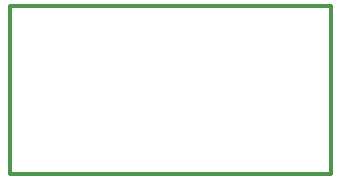
<source format=gm1>
G04*
G04 #@! TF.GenerationSoftware,Altium Limited,Altium NEXUS,1.1.6 (48)*
G04*
G04 Layer_Color=16711935*
%FSLAX25Y25*%
%MOIN*%
G70*
G01*
G75*
%ADD34C,0.01181*%
D34*
X87Y98D02*
X107087Y98D01*
X107087Y56098D02*
X107087Y98D01*
X87Y56098D02*
X107087Y56098D01*
X87Y56098D02*
X87Y98D01*
M02*

</source>
